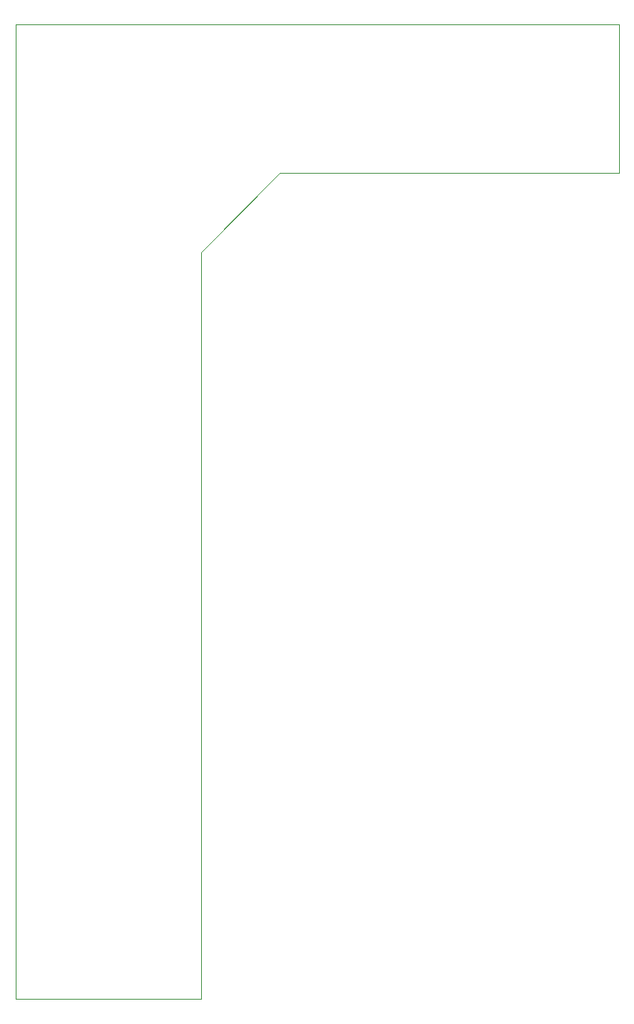
<source format=gbr>
%TF.GenerationSoftware,KiCad,Pcbnew,7.0.2*%
%TF.CreationDate,2023-05-19T03:37:00-07:00*%
%TF.ProjectId,pb_orangepi,70625f6f-7261-46e6-9765-70692e6b6963,rev?*%
%TF.SameCoordinates,PX90013c0PY280de80*%
%TF.FileFunction,Profile,NP*%
%FSLAX46Y46*%
G04 Gerber Fmt 4.6, Leading zero omitted, Abs format (unit mm)*
G04 Created by KiCad (PCBNEW 7.0.2) date 2023-05-19 03:37:00*
%MOMM*%
%LPD*%
G01*
G04 APERTURE LIST*
%TA.AperFunction,Profile*%
%ADD10C,0.100000*%
%TD*%
G04 APERTURE END LIST*
D10*
X31500000Y-19000000D02*
X23000000Y-27500000D01*
X3000000Y-3000000D02*
X3000000Y-108000000D01*
X68000000Y-3000000D02*
X3000000Y-3000000D01*
X68000000Y-19000000D02*
X68000000Y-3000000D01*
X31500000Y-19000000D02*
X68000000Y-19000000D01*
X23000000Y-108000000D02*
X23000000Y-27500000D01*
X3000000Y-108000000D02*
X23000000Y-108000000D01*
M02*

</source>
